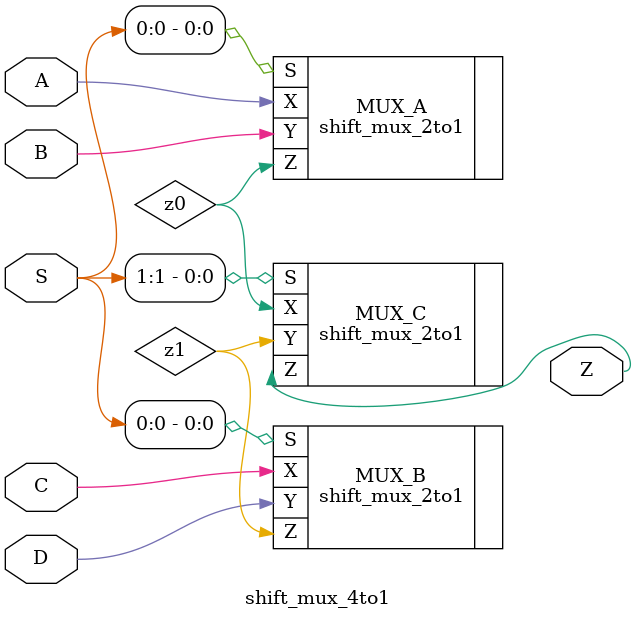
<source format=v>
`timescale 1ns / 1ps
`default_nettype none //helps catch typo-related bugs
module shift_mux_4to1(A,B,C,D,Z,S);

	//parameter definitions

	//port definitions - customize for different bit widths

	//port definitions
	input  wire A,B,C,D;
	output wire Z;
	input  wire [1:0] S;
	wire z0,z1;
	
	//first layer of multiplexing
	shift_mux_2to1 MUX_A (.X(A), .Y(B), .S(S[0]), .Z(z0));
	shift_mux_2to1 MUX_B (.X(C), .Y(D), .S(S[0]), .Z(z1));
	
	//second level
	shift_mux_2to1 MUX_C (.X(z0), .Y(z1), .S(S[1]), .Z(Z));

endmodule
`default_nettype wire //some Xilinx IP requires that the default_nettype be set to wire

</source>
